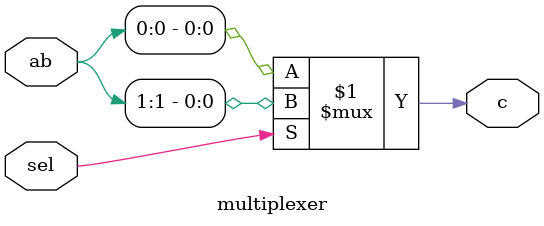
<source format=v>
module multiplexer(ab,sel,c);
input [1:0]ab;
input sel;
output c;

assign c = (sel) ? ab[1]:ab[0];

endmodule
</source>
